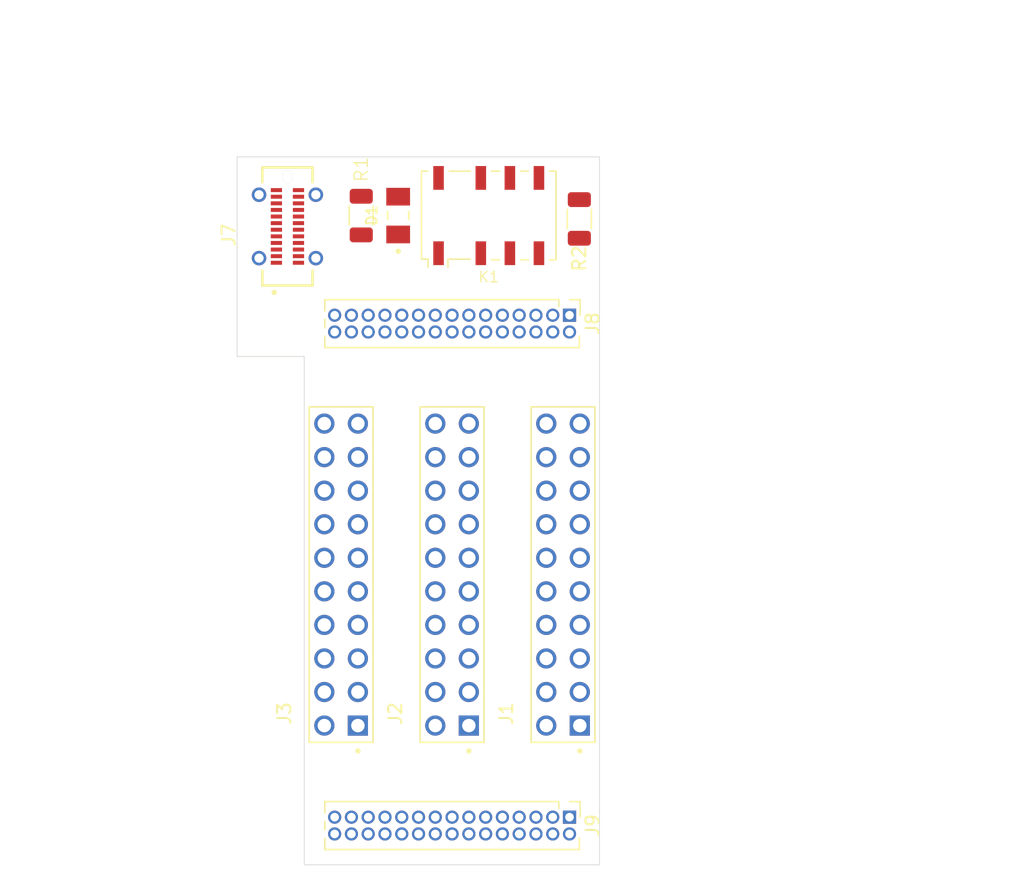
<source format=kicad_pcb>
(kicad_pcb (version 20241229) (generator "pcbnew") (generator_version "9.0")
  (layers (0 "F.Cu" mixed) (4 "In1.Cu" signal) (6 "In2.Cu" signal) (2 "B.Cu" mixed) (13 "F.Paste" user) (15 "B.Paste" user) (5 "F.SilkS" user "F.Silkscreen") (7 "B.SilkS" user "B.Silkscreen") (1 "F.Mask" user) (3 "B.Mask" user) (25 "Edge.Cuts" user))
  (net 0 "")
  (net 1 "+12V")
  (net 2 "SBU1")
  (net 3 "GND")
  (net 4 "2")
  (net 5 "4")
  (net 6 "CAN1_L")
  (net 7 "CAN2_L")
  (net 8 "8")
  (net 9 "10")
  (net 10 "12")
  (net 11 "13")
  (net 12 "15")
  (net 13 "CAN1_H")
  (net 14 "CAN2_H")
  (net 15 "18")
  (net 16 "20")
  (net 17 "CAN0_H")
  (net 18 "CAN0_L")
  (net 20 "Net-(K1-Pad4)")
  (net 21 "Net-(K1-Pad5)")
  (net 22 "6")
  (net 23 "7")
  (net 24 "19")
  (net 25 "11")
  (net 26 "14")
  (net 27 "17")
  (net 28 "1")
  (net 29 "9")
  (net 30 "16")
  (net 31 "30")
  (net 32 "40")
  (net 33 "25")
  (net 34 "23")
  (net 35 "38")
  (net 36 "26")
  (net 37 "35")
  (net 38 "34")
  (net 39 "39")
  (net 40 "36")
  (net 41 "31")
  (net 42 "22")
  (net 43 "28")
  (net 44 "37")
  (net 45 "33")
  (net 46 "29")
  (net 47 "21")
  (net 48 "27")
  (net 49 "49")
  (net 50 "53")
  (net 51 "59")
  (net 52 "48")
  (net 53 "47")
  (net 54 "56")
  (net 55 "52")
  (net 56 "57")
  (net 57 "41")
  (net 58 "58")
  (net 59 "45")
  (net 60 "54")
  (net 61 "60")
  (net 62 "55")
  (net 63 "51")
  (net 64 "50")
  (net 65 "43")
  (net 66 "42")
  (footprint "PSA:10129381-920003BLF" (layer "F.Cu") (at 97.282 122.174 90)
    (property "Reference" "J3" (at -10.525 -4.3 90) (layer "F.SilkS"))
    (property "Value" "to_ESP_3")
    (fp_line (start 12.7 -2.415) (end -12.7 -2.415) (stroke (width 0.127)) (layer "F.SilkS"))
    (fp_line (start 12.7 -2.415) (end 12.7 2.415) (stroke (width 0.127)) (layer "F.SilkS"))
    (fp_line (start 12.7 2.415) (end -12.7 2.415) (stroke (width 0.127)) (layer "F.SilkS"))
    (fp_line (start -12.7 2.415) (end -12.7 -2.415) (stroke (width 0.127)) (layer "F.SilkS"))
    (fp_circle (center -13.35 1.27) (end -13.25 1.27) (stroke (width 0.2)) (fill no) (layer "F.SilkS"))
    (pad "1" thru_hole rect (at -11.43 1.27 90) (size 1.53 1.53) (drill 1.02) (layers "*.Cu" "*.Mask") (net 57 "41"))
    (pad "2" thru_hole circle (at -8.89 1.27 90) (size 1.53 1.53) (drill 1.02) (layers "*.Cu" "*.Mask") (net 66 "42"))
    (pad "3" thru_hole circle (at -6.35 1.27 90) (size 1.53 1.53) (drill 1.02) (layers "*.Cu" "*.Mask") (net 65 "43"))
    (pad "4" thru_hole circle (at -3.81 1.27 90) (size 1.53 1.53) (drill 1.02) (layers "*.Cu" "*.Mask") (net 6 "CAN1_L"))
    (pad "5" thru_hole circle (at -1.27 1.27 90) (size 1.53 1.53) (drill 1.02) (layers "*.Cu" "*.Mask") (net 59 "45"))
    (pad "6" thru_hole circle (at 1.27 1.27 90) (size 1.53 1.53) (drill 1.02) (layers "*.Cu" "*.Mask") (net 13 "CAN1_H"))
    (pad "7" thru_hole circle (at 3.81 1.27 90) (size 1.53 1.53) (drill 1.02) (layers "*.Cu" "*.Mask") (net 53 "47"))
    (pad "8" thru_hole circle (at 6.35 1.27 90) (size 1.53 1.53) (drill 1.02) (layers "*.Cu" "*.Mask") (net 52 "48"))
    (pad "9" thru_hole circle (at 8.89 1.27 90) (size 1.53 1.53) (drill 1.02) (layers "*.Cu" "*.Mask") (net 49 "49"))
    (pad "10" thru_hole circle (at 11.43 1.27 90) (size 1.53 1.53) (drill 1.02) (layers "*.Cu" "*.Mask") (net 64 "50"))
    (pad "11" thru_hole circle (at -11.43 -1.27 90) (size 1.53 1.53) (drill 1.02) (layers "*.Cu" "*.Mask") (net 63 "51"))
    (pad "12" thru_hole circle (at -8.89 -1.27 90) (size 1.53 1.53) (drill 1.02) (layers "*.Cu" "*.Mask") (net 55 "52"))
    (pad "13" thru_hole circle (at -6.35 -1.27 90) (size 1.53 1.53) (drill 1.02) (layers "*.Cu" "*.Mask") (net 50 "53"))
    (pad "14" thru_hole circle (at -3.81 -1.27 90) (size 1.53 1.53) (drill 1.02) (layers "*.Cu" "*.Mask") (net 60 "54"))
    (pad "15" thru_hole circle (at -1.27 -1.27 90) (size 1.53 1.53) (drill 1.02) (layers "*.Cu" "*.Mask") (net 62 "55"))
    (pad "16" thru_hole circle (at 1.27 -1.27 90) (size 1.53 1.53) (drill 1.02) (layers "*.Cu" "*.Mask") (net 54 "56"))
    (pad "17" thru_hole circle (at 3.81 -1.27 90) (size 1.53 1.53) (drill 1.02) (layers "*.Cu" "*.Mask") (net 56 "57"))
    (pad "18" thru_hole circle (at 6.35 -1.27 90) (size 1.53 1.53) (drill 1.02) (layers "*.Cu" "*.Mask") (net 58 "58"))
    (pad "19" thru_hole circle (at 8.89 -1.27 90) (size 1.53 1.53) (drill 1.02) (layers "*.Cu" "*.Mask") (net 51 "59"))
    (pad "20" thru_hole circle (at 11.43 -1.27 90) (size 1.53 1.53) (drill 1.02) (layers "*.Cu" "*.Mask") (net 61 "60"))
  )
  (footprint "Connector_PinHeader_1.27mm:PinHeader_2x15_P1.27mm_Vertical" (layer "F.Cu") (at 114.572 140.539 -90)
    (property "Reference" "J9" (at 0.635 -1.745 90) (layer "F.SilkS"))
    (property "Value" "B2B_2")
    (fp_line (start -1.18 18.525) (end -0.317923 18.525) (stroke (width 0.12)) (layer "F.SilkS"))
    (fp_line (start 0.317923 18.525) (end 0.952077 18.525) (stroke (width 0.12)) (layer "F.SilkS"))
    (fp_line (start 1.587923 18.525) (end 2.45 18.525) (stroke (width 0.12)) (layer "F.SilkS"))
    (fp_line (start -1.18 0.81) (end -1.18 18.525) (stroke (width 0.12)) (layer "F.SilkS"))
    (fp_line (start -1.18 0.81) (end -0.666708 0.81) (stroke (width 0.12)) (layer "F.SilkS"))
    (fp_line (start -1.18 0) (end -1.18 -0.81) (stroke (width 0.12)) (layer "F.SilkS"))
    (fp_line (start 1.587923 -0.745) (end 2.45 -0.745) (stroke (width 0.12)) (layer "F.SilkS"))
    (fp_line (start 2.45 -0.745) (end 2.45 18.525) (stroke (width 0.12)) (layer "F.SilkS"))
    (fp_line (start -1.18 -0.81) (end 0 -0.81) (stroke (width 0.12)) (layer "F.SilkS"))
    (pad "1" thru_hole rect (at 0 0 270) (size 1 1) (drill 0.65) (layers "*.Cu" "*.Mask") (net 65 "43"))
    (pad "2" thru_hole circle (at 1.27 0 270) (size 1 1) (drill 0.65) (layers "*.Cu" "*.Mask") (net 59 "45"))
    (pad "3" thru_hole circle (at 0 1.27 270) (size 1 1) (drill 0.65) (layers "*.Cu" "*.Mask") (net 66 "42"))
    (pad "4" thru_hole circle (at 1.27 1.27 270) (size 1 1) (drill 0.65) (layers "*.Cu" "*.Mask") (net 53 "47"))
    (pad "5" thru_hole circle (at 0 2.54 270) (size 1 1) (drill 0.65) (layers "*.Cu" "*.Mask") (net 57 "41"))
    (pad "6" thru_hole circle (at 1.27 2.54 270) (size 1 1) (drill 0.65) (layers "*.Cu" "*.Mask") (net 52 "48"))
    (pad "7" thru_hole circle (at 0 3.81 270) (size 1 1) (drill 0.65) (layers "*.Cu" "*.Mask") (net 32 "40"))
    (pad "8" thru_hole circle (at 1.27 3.81 270) (size 1 1) (drill 0.65) (layers "*.Cu" "*.Mask") (net 49 "49"))
    (pad "9" thru_hole circle (at 0 5.08 270) (size 1 1) (drill 0.65) (layers "*.Cu" "*.Mask") (net 39 "39"))
    (pad "10" thru_hole circle (at 1.27 5.08 270) (size 1 1) (drill 0.65) (layers "*.Cu" "*.Mask") (net 64 "50"))
    (pad "11" thru_hole circle (at 0 6.35 270) (size 1 1) (drill 0.65) (layers "*.Cu" "*.Mask") (net 35 "38"))
    (pad "12" thru_hole circle (at 1.27 6.35 270) (size 1 1) (drill 0.65) (layers "*.Cu" "*.Mask") (net 63 "51"))
    (pad "13" thru_hole circle (at 0 7.62 270) (size 1 1) (drill 0.65) (layers "*.Cu" "*.Mask") (net 44 "37"))
    (pad "14" thru_hole circle (at 1.27 7.62 270) (size 1 1) (drill 0.65) (layers "*.Cu" "*.Mask") (net 55 "52"))
    (pad "15" thru_hole circle (at 0 8.89 270) (size 1 1) (drill 0.65) (layers "*.Cu" "*.Mask") (net 40 "36"))
    (pad "16" thru_hole circle (at 1.27 8.89 270) (size 1 1) (drill 0.65) (layers "*.Cu" "*.Mask") (net 50 "53"))
    (pad "17" thru_hole circle (at 0 10.16 270) (size 1 1) (drill 0.65) (layers "*.Cu" "*.Mask") (net 37 "35"))
    (pad "18" thru_hole circle (at 1.27 10.16 270) (size 1 1) (drill 0.65) (layers "*.Cu" "*.Mask") (net 60 "54"))
    (pad "19" thru_hole circle (at 0 11.43 270) (size 1 1) (drill 0.65) (layers "*.Cu" "*.Mask") (net 38 "34"))
    (pad "20" thru_hole circle (at 1.27 11.43 270) (size 1 1) (drill 0.65) (layers "*.Cu" "*.Mask") (net 62 "55"))
    (pad "21" thru_hole circle (at 0 12.7 270) (size 1 1) (drill 0.65) (layers "*.Cu" "*.Mask") (net 45 "33"))
    (pad "22" thru_hole circle (at 1.27 12.7 270) (size 1 1) (drill 0.65) (layers "*.Cu" "*.Mask") (net 54 "56"))
    (pad "23" thru_hole circle (at 0 13.97 270) (size 1 1) (drill 0.65) (layers "*.Cu" "*.Mask") (net 41 "31"))
    (pad "24" thru_hole circle (at 1.27 13.97 270) (size 1 1) (drill 0.65) (layers "*.Cu" "*.Mask") (net 56 "57"))
    (pad "25" thru_hole circle (at 0 15.24 270) (size 1 1) (drill 0.65) (layers "*.Cu" "*.Mask") (net 31 "30"))
    (pad "26" thru_hole circle (at 1.27 15.24 270) (size 1 1) (drill 0.65) (layers "*.Cu" "*.Mask") (net 58 "58"))
    (pad "27" thru_hole circle (at 0 16.51 270) (size 1 1) (drill 0.65) (layers "*.Cu" "*.Mask") (net 46 "29"))
    (pad "28" thru_hole circle (at 1.27 16.51 270) (size 1 1) (drill 0.65) (layers "*.Cu" "*.Mask") (net 51 "59"))
    (pad "29" thru_hole circle (at 0 17.78 270) (size 1 1) (drill 0.65) (layers "*.Cu" "*.Mask") (net 43 "28"))
    (pad "30" thru_hole circle (at 1.27 17.78 270) (size 1 1) (drill 0.65) (layers "*.Cu" "*.Mask") (net 61 "60"))
  )
  (footprint "Connector_PinHeader_1.27mm:PinHeader_2x15_P1.27mm_Vertical" (layer "F.Cu") (at 114.572 102.539 -90)
    (property "Reference" "J8" (at 0.635 -1.745 90) (layer "F.SilkS"))
    (property "Value" "B2B_1")
    (fp_line (start -1.18 18.525) (end -0.317923 18.525) (stroke (width 0.12)) (layer "F.SilkS"))
    (fp_line (start 0.317923 18.525) (end 0.952077 18.525) (stroke (width 0.12)) (layer "F.SilkS"))
    (fp_line (start 1.587923 18.525) (end 2.45 18.525) (stroke (width 0.12)) (layer "F.SilkS"))
    (fp_line (start -1.18 0.81) (end -1.18 18.525) (stroke (width 0.12)) (layer "F.SilkS"))
    (fp_line (start -1.18 0.81) (end -0.666708 0.81) (stroke (width 0.12)) (layer "F.SilkS"))
    (fp_line (start -1.18 0) (end -1.18 -0.81) (stroke (width 0.12)) (layer "F.SilkS"))
    (fp_line (start 1.587923 -0.745) (end 2.45 -0.745) (stroke (width 0.12)) (layer "F.SilkS"))
    (fp_line (start 2.45 -0.745) (end 2.45 18.525) (stroke (width 0.12)) (layer "F.SilkS"))
    (fp_line (start -1.18 -0.81) (end 0 -0.81) (stroke (width 0.12)) (layer "F.SilkS"))
    (pad "1" thru_hole rect (at 0 0 270) (size 1 1) (drill 0.65) (layers "*.Cu" "*.Mask") (net 25 "11"))
    (pad "2" thru_hole circle (at 1.27 0 270) (size 1 1) (drill 0.65) (layers "*.Cu" "*.Mask") (net 10 "12"))
    (pad "3" thru_hole circle (at 0 1.27 270) (size 1 1) (drill 0.65) (layers "*.Cu" "*.Mask") (net 9 "10"))
    (pad "4" thru_hole circle (at 1.27 1.27 270) (size 1 1) (drill 0.65) (layers "*.Cu" "*.Mask") (net 11 "13"))
    (pad "5" thru_hole circle (at 0 2.54 270) (size 1 1) (drill 0.65) (layers "*.Cu" "*.Mask") (net 29 "9"))
    (pad "6" thru_hole circle (at 1.27 2.54 270) (size 1 1) (drill 0.65) (layers "*.Cu" "*.Mask") (net 26 "14"))
    (pad "7" thru_hole circle (at 0 3.81 270) (size 1 1) (drill 0.65) (layers "*.Cu" "*.Mask") (net 8 "8"))
    (pad "8" thru_hole circle (at 1.27 3.81 270) (size 1 1) (drill 0.65) (layers "*.Cu" "*.Mask") (net 12 "15"))
    (pad "9" thru_hole circle (at 0 5.08 270) (size 1 1) (drill 0.65) (layers "*.Cu" "*.Mask") (net 23 "7"))
    (pad "10" thru_hole circle (at 1.27 5.08 270) (size 1 1) (drill 0.65) (layers "*.Cu" "*.Mask") (net 30 "16"))
    (pad "11" thru_hole circle (at 0 6.35 270) (size 1 1) (drill 0.65) (layers "*.Cu" "*.Mask") (net 22 "6"))
    (pad "12" thru_hole circle (at 1.27 6.35 270) (size 1 1) (drill 0.65) (layers "*.Cu" "*.Mask") (net 27 "17"))
    (pad "13" thru_hole circle (at 0 7.62 270) (size 1 1) (drill 0.65) (layers "*.Cu" "*.Mask") (net 5 "4"))
    (pad "14" thru_hole circle (at 1.27 7.62 270) (size 1 1) (drill 0.65) (layers "*.Cu" "*.Mask") (net 15 "18"))
    (pad "15" thru_hole circle (at 0 8.89 270) (size 1 1) (drill 0.65) (layers "*.Cu" "*.Mask") (net 4 "2"))
    (pad "16" thru_hole circle (at 1.27 8.89 270) (size 1 1) (drill 0.65) (layers "*.Cu" "*.Mask") (net 24 "19"))
    (pad "17" thru_hole circle (at 0 10.16 270) (size 1 1) (drill 0.65) (layers "*.Cu" "*.Mask") (net 28 "1"))
    (pad "18" thru_hole circle (at 1.27 10.16 270) (size 1 1) (drill 0.65) (layers "*.Cu" "*.Mask") (net 16 "20"))
    (pad "19" thru_hole circle (at 0 11.43 270) (size 1 1) (drill 0.65) (layers "*.Cu" "*.Mask") (net 14 "CAN2_H"))
    (pad "20" thru_hole circle (at 1.27 11.43 270) (size 1 1) (drill 0.65) (layers "*.Cu" "*.Mask") (net 47 "21"))
    (pad "21" thru_hole circle (at 0 12.7 270) (size 1 1) (drill 0.65) (layers "*.Cu" "*.Mask") (net 7 "CAN2_L"))
    (pad "22" thru_hole circle (at 1.27 12.7 270) (size 1 1) (drill 0.65) (layers "*.Cu" "*.Mask") (net 42 "22"))
    (pad "23" thru_hole circle (at 0 13.97 270) (size 1 1) (drill 0.65) (layers "*.Cu" "*.Mask") (net 13 "CAN1_H"))
    (pad "24" thru_hole circle (at 1.27 13.97 270) (size 1 1) (drill 0.65) (layers "*.Cu" "*.Mask") (net 34 "23"))
    (pad "25" thru_hole circle (at 0 15.24 270) (size 1 1) (drill 0.65) (layers "*.Cu" "*.Mask") (net 6 "CAN1_L"))
    (pad "26" thru_hole circle (at 1.27 15.24 270) (size 1 1) (drill 0.65) (layers "*.Cu" "*.Mask") (net 33 "25"))
    (pad "27" thru_hole circle (at 0 16.51 270) (size 1 1) (drill 0.65) (layers "*.Cu" "*.Mask") (net 3 "GND"))
    (pad "28" thru_hole circle (at 1.27 16.51 270) (size 1 1) (drill 0.65) (layers "*.Cu" "*.Mask") (net 36 "26"))
    (pad "29" thru_hole circle (at 0 17.78 270) (size 1 1) (drill 0.65) (layers "*.Cu" "*.Mask") (net 1 "+12V"))
    (pad "30" thru_hole circle (at 1.27 17.78 270) (size 1 1) (drill 0.65) (layers "*.Cu" "*.Mask") (net 48 "27"))
  )
  (footprint "Resistor_SMD:R_1206_3216Metric" (layer "F.Cu") (at 98.806 94.996 -90)
    (property "Reference" "R1" (at -3.5 0 90) (layer "F.SilkS") (effects (font (thickness 0.1))))
    (property "Value" "120R")
    (fp_line (start -0.727064 0.91) (end 0.727064 0.91) (stroke (width 0.12)) (layer "F.SilkS"))
    (fp_line (start -0.727064 -0.91) (end 0.727064 -0.91) (stroke (width 0.12)) (layer "F.SilkS"))
    (pad "1" smd roundrect (at -1.4625 0 270) (size 1.125 1.75) (layers "F.Cu" "F.Mask" "F.Paste") (roundrect_rratio 0.222222) (net 7 "CAN2_L"))
    (pad "2" smd roundrect (at 1.4625 0 270) (size 1.125 1.75) (layers "F.Cu" "F.Mask" "F.Paste") (roundrect_rratio 0.222222) (net 20 "Net-(K1-Pad4)"))
  )
  (footprint "PSA:10129381-920003BLF" (layer "F.Cu") (at 105.682 122.174 90)
    (property "Reference" "J2" (at -10.525 -4.3 90) (layer "F.SilkS"))
    (property "Value" "to_EPS_2")
    (fp_line (start 12.7 -2.415) (end -12.7 -2.415) (stroke (width 0.127)) (layer "F.SilkS"))
    (fp_line (start 12.7 -2.415) (end 12.7 2.415) (stroke (width 0.127)) (layer "F.SilkS"))
    (fp_line (start 12.7 2.415) (end -12.7 2.415) (stroke (width 0.127)) (layer "F.SilkS"))
    (fp_line (start -12.7 2.415) (end -12.7 -2.415) (stroke (width 0.127)) (layer "F.SilkS"))
    (fp_circle (center -13.35 1.27) (end -13.25 1.27) (stroke (width 0.2)) (fill no) (layer "F.SilkS"))
    (pad "1" thru_hole rect (at -11.43 1.27 90) (size 1.53 1.53) (drill 1.02) (layers "*.Cu" "*.Mask") (net 47 "21"))
    (pad "2" thru_hole circle (at -8.89 1.27 90) (size 1.53 1.53) (drill 1.02) (layers "*.Cu" "*.Mask") (net 42 "22"))
    (pad "3" thru_hole circle (at -6.35 1.27 90) (size 1.53 1.53) (drill 1.02) (layers "*.Cu" "*.Mask") (net 34 "23"))
    (pad "4" thru_hole circle (at -3.81 1.27 90) (size 1.53 1.53) (drill 1.02) (layers "*.Cu" "*.Mask") (net 3 "GND"))
    (pad "5" thru_hole circle (at -1.27 1.27 90) (size 1.53 1.53) (drill 1.02) (layers "*.Cu" "*.Mask") (net 33 "25"))
    (pad "6" thru_hole circle (at 1.27 1.27 90) (size 1.53 1.53) (drill 1.02) (layers "*.Cu" "*.Mask") (net 36 "26"))
    (pad "7" thru_hole circle (at 3.81 1.27 90) (size 1.53 1.53) (drill 1.02) (layers "*.Cu" "*.Mask") (net 48 "27"))
    (pad "8" thru_hole circle (at 6.35 1.27 90) (size 1.53 1.53) (drill 1.02) (layers "*.Cu" "*.Mask") (net 43 "28"))
    (pad "9" thru_hole circle (at 8.89 1.27 90) (size 1.53 1.53) (drill 1.02) (layers "*.Cu" "*.Mask") (net 46 "29"))
    (pad "10" thru_hole circle (at 11.43 1.27 90) (size 1.53 1.53) (drill 1.02) (layers "*.Cu" "*.Mask") (net 31 "30"))
    (pad "11" thru_hole circle (at -11.43 -1.27 90) (size 1.53 1.53) (drill 1.02) (layers "*.Cu" "*.Mask") (net 41 "31"))
    (pad "12" thru_hole circle (at -8.89 -1.27 90) (size 1.53 1.53) (drill 1.02) (layers "*.Cu" "*.Mask") (net 1 "+12V"))
    (pad "13" thru_hole circle (at -6.35 -1.27 90) (size 1.53 1.53) (drill 1.02) (layers "*.Cu" "*.Mask") (net 45 "33"))
    (pad "14" thru_hole circle (at -3.81 -1.27 90) (size 1.53 1.53) (drill 1.02) (layers "*.Cu" "*.Mask") (net 38 "34"))
    (pad "15" thru_hole circle (at -1.27 -1.27 90) (size 1.53 1.53) (drill 1.02) (layers "*.Cu" "*.Mask") (net 37 "35"))
    (pad "16" thru_hole circle (at 1.27 -1.27 90) (size 1.53 1.53) (drill 1.02) (layers "*.Cu" "*.Mask") (net 40 "36"))
    (pad "17" thru_hole circle (at 3.81 -1.27 90) (size 1.53 1.53) (drill 1.02) (layers "*.Cu" "*.Mask") (net 44 "37"))
    (pad "18" thru_hole circle (at 6.35 -1.27 90) (size 1.53 1.53) (drill 1.02) (layers "*.Cu" "*.Mask") (net 35 "38"))
    (pad "19" thru_hole circle (at 8.89 -1.27 90) (size 1.53 1.53) (drill 1.02) (layers "*.Cu" "*.Mask") (net 39 "39"))
    (pad "20" thru_hole circle (at 11.43 -1.27 90) (size 1.53 1.53) (drill 1.02) (layers "*.Cu" "*.Mask") (net 32 "40"))
  )
  (footprint "Resistor_SMD:R_1206_3216Metric" (layer "F.Cu") (at 115.316 95.25 -90)
    (property "Reference" "R2" (at 3 0 90) (layer "F.SilkS"))
    (property "Value" "120R")
    (fp_line (start -0.727064 0.91) (end 0.727064 0.91) (stroke (width 0.12)) (layer "F.SilkS"))
    (fp_line (start -0.727064 -0.91) (end 0.727064 -0.91) (stroke (width 0.12)) (layer "F.SilkS"))
    (pad "1" smd roundrect (at -1.4625 0 270) (size 1.125 1.75) (layers "F.Cu" "F.Mask" "F.Paste") (roundrect_rratio 0.222222) (net 21 "Net-(K1-Pad5)"))
    (pad "2" smd roundrect (at 1.4625 0 270) (size 1.125 1.75) (layers "F.Cu" "F.Mask" "F.Paste") (roundrect_rratio 0.222222) (net 17 "CAN0_H"))
  )
  (footprint "PSA:GCT_USB4115-03-C_REVB4" (layer "F.Cu") (at 93.218 95.818 90)
    (property "Reference" "J7" (at -0.635 -4.445 90) (layer "F.SilkS"))
    (property "Value" "USB_C_Receptacle")
    (fp_line (start 3.35 -1.9) (end 4.47 -1.9) (stroke (width 0.2)) (layer "F.SilkS"))
    (fp_line (start -4.47 -1.9) (end -3.35 -1.9) (stroke (width 0.2)) (layer "F.SilkS"))
    (fp_line (start 4.47 1.9) (end 4.47 -1.9) (stroke (width 0.2)) (layer "F.SilkS"))
    (fp_line (start 3.35 1.9) (end 4.47 1.9) (stroke (width 0.2)) (layer "F.SilkS"))
    (fp_line (start -4.47 1.9) (end -4.47 -1.9) (stroke (width 0.2)) (layer "F.SilkS"))
    (fp_line (start -4.47 1.9) (end -3.35 1.9) (stroke (width 0.2)) (layer "F.SilkS"))
    (fp_circle (center -5 -1) (end -4.9 -1) (stroke (width 0.2)) (fill no) (layer "F.SilkS"))
    (fp_line (start 3.9 -0.35) (end 3.75 -0.35) (stroke (width 0.01)) (layer "Edge.Cuts"))
    (fp_line (start 3.75 -0.35) (end 3.6 -0.35) (stroke (width 0.01)) (layer "Edge.Cuts"))
    (fp_line (start 3.75 0.35) (end 3.9 0.35) (stroke (width 0.01)) (layer "Edge.Cuts"))
    (fp_line (start 3.6 0.35) (end 3.75 0.35) (stroke (width 0.01)) (layer "Edge.Cuts"))
    (fp_arc (start 3.9 -0.35) (mid 4.147487 -0.247487) (end 4.25 0) (stroke (width 0.01)) (layer "Edge.Cuts"))
    (fp_arc (start 4.25 0) (mid 4.147487 0.247487) (end 3.9 0.35) (stroke (width 0.01)) (layer "Edge.Cuts"))
    (fp_arc (start 3.25 0) (mid 3.352513 -0.247487) (end 3.6 -0.35) (stroke (width 0.01)) (layer "Edge.Cuts"))
    (fp_arc (start 3.6 0.35) (mid 3.352513 0.247487) (end 3.25 0) (stroke (width 0.01)) (layer "Edge.Cuts"))
    (pad "" np_thru_hole circle (at -3.75 0 90) (size 0.7 0.7) (drill 0.7) (layers "*.Cu" "*.Mask"))
    (pad "" np_thru_hole circle (at 3.75 0 90) (size 0.7 0.7) (drill 0.7) (layers "*.Cu" "*.Mask"))
    (pad "A1" smd rect (at -2.75 -0.835 90) (size 0.3 0.85) (layers "F.Cu" "F.Mask" "F.Paste") (net 3 "GND"))
    (pad "A2" smd rect (at -2.25 -0.835 90) (size 0.3 0.85) (layers "F.Cu" "F.Mask" "F.Paste") (net 17 "CAN0_H"))
    (pad "A3" smd rect (at -1.75 -0.835 90) (size 0.3 0.85) (layers "F.Cu" "F.Mask" "F.Paste") (net 18 "CAN0_L"))
    (pad "A4" smd rect (at -1.25 -0.835 90) (size 0.3 0.85) (layers "F.Cu" "F.Mask" "F.Paste") (net 1 "+12V"))
    (pad "A5" smd rect (at -0.75 -0.835 90) (size 0.3 0.85) (layers "F.Cu" "F.Mask" "F.Paste"))
    (pad "A6" smd rect (at -0.25 -0.835 90) (size 0.3 0.85) (layers "F.Cu" "F.Mask" "F.Paste"))
    (pad "A7" smd rect (at 0.25 -0.835 90) (size 0.3 0.85) (layers "F.Cu" "F.Mask" "F.Paste"))
    (pad "A8" smd rect (at 0.75 -0.835 90) (size 0.3 0.85) (layers "F.Cu" "F.Mask" "F.Paste") (net 2 "SBU1"))
    (pad "A9" smd rect (at 1.25 -0.835 90) (size 0.3 0.85) (layers "F.Cu" "F.Mask" "F.Paste") (net 1 "+12V"))
    (pad "A10" smd rect (at 1.75 -0.835 90) (size 0.3 0.85) (layers "F.Cu" "F.Mask" "F.Paste") (net 6 "CAN1_L"))
    (pad "A11" smd rect (at 2.25 -0.835 90) (size 0.3 0.85) (layers "F.Cu" "F.Mask" "F.Paste") (net 13 "CAN1_H"))
    (pad "A12" smd rect (at 2.75 -0.835 90) (size 0.3 0.85) (layers "F.Cu" "F.Mask" "F.Paste") (net 3 "GND"))
    (pad "B1" smd rect (at 2.75 0.835 90) (size 0.3 0.85) (layers "F.Cu" "F.Mask" "F.Paste") (net 3 "GND"))
    (pad "B2" smd rect (at 2.25 0.835 90) (size 0.3 0.85) (layers "F.Cu" "F.Mask" "F.Paste") (net 14 "CAN2_H"))
    (pad "B3" smd rect (at 1.75 0.835 90) (size 0.3 0.85) (layers "F.Cu" "F.Mask" "F.Paste") (net 7 "CAN2_L"))
    (pad "B4" smd rect (at 1.25 0.835 90) (size 0.3 0.85) (layers "F.Cu" "F.Mask" "F.Paste") (net 1 "+12V"))
    (pad "B5" smd rect (at 0.75 0.835 90) (size 0.3 0.85) (layers "F.Cu" "F.Mask" "F.Paste"))
    (pad "B6" smd rect (at 0.25 0.835 90) (size 0.3 0.85) (layers "F.Cu" "F.Mask" "F.Paste"))
    (pad "B7" smd rect (at -0.25 0.835 90) (size 0.3 0.85) (layers "F.Cu" "F.Mask" "F.Paste"))
    (pad "B8" smd rect (at -0.75 0.835 90) (size 0.3 0.85) (layers "F.Cu" "F.Mask" "F.Paste"))
    (pad "B9" smd rect (at -1.25 0.835 90) (size 0.3 0.85) (layers "F.Cu" "F.Mask" "F.Paste") (net 1 "+12V"))
    (pad "B10" smd rect (at -1.75 0.835 90) (size 0.3 0.85) (layers "F.Cu" "F.Mask" "F.Paste"))
    (pad "B11" smd rect (at -2.25 0.835 90) (size 0.3 0.85) (layers "F.Cu" "F.Mask" "F.Paste"))
    (pad "B12" smd rect (at -2.75 0.835 90) (size 0.3 0.85) (layers "F.Cu" "F.Mask" "F.Paste") (net 3 "GND"))
    (pad "S1" thru_hole circle (at -2.4 -2.15 90) (size 1.1 1.1) (drill 0.7) (layers "*.Cu" "*.Mask") (net 3 "GND"))
    (pad "S2" thru_hole circle (at -2.4 2.15 90) (size 1.1 1.1) (drill 0.7) (layers "*.Cu" "*.Mask"))
    (pad "S3" thru_hole circle (at 2.4 2.15 90) (size 1.1 1.1) (drill 0.7) (layers "*.Cu" "*.Mask"))
    (pad "S4" thru_hole circle (at 2.4 -2.15 90) (size 1.1 1.1) (drill 0.7) (layers "*.Cu" "*.Mask"))
  )
  (footprint "Relay_SMD:Relay_DPDT_Omron_G6K-2G-Y" (layer "F.Cu") (at 108.458 94.996 90)
    (property "Reference" "K1" (at -4.65 0 0) (layer "F.SilkS") (effects (font (size 0.8 0.8) (thickness 0.1))))
    (property "Value" "G6K-2G-Y DC5")
    (fp_line (start 3.36 -5.1) (end 3.36 -4.6) (stroke (width 0.12)) (layer "F.SilkS"))
    (fp_line (start -3.3 -5.09) (end 3.36 -5.1) (stroke (width 0.12)) (layer "F.SilkS"))
    (fp_line (start -3.3 -5.09) (end -3.3 -4.59) (stroke (width 0.12)) (layer "F.SilkS"))
    (fp_line (start -3.3 -4.59) (end -3.9 -4.59) (stroke (width 0.12)) (layer "F.SilkS"))
    (fp_line (start -3.3 -3.09) (end -3.9 -3.09) (stroke (width 0.12)) (layer "F.SilkS"))
    (fp_line (start 3.36 -3) (end 3.36 -1.4) (stroke (width 0.12)) (layer "F.SilkS"))
    (fp_line (start -3.3 -1.4) (end -3.3 -3.09) (stroke (width 0.12)) (layer "F.SilkS"))
    (fp_line (start 3.36 0.2) (end 3.36 0.8) (stroke (width 0.12)) (layer "F.SilkS"))
    (fp_line (start -3.34 0.8) (end -3.34 0.2) (stroke (width 0.12)) (layer "F.SilkS"))
    (fp_line (start 3.36 2.4) (end 3.36 3) (stroke (width 0.12)) (layer "F.SilkS"))
    (fp_line (start -3.34 3) (end -3.34 2.4) (stroke (width 0.12)) (layer "F.SilkS"))
    (fp_line (start 3.36 4.6) (end 3.36 5.1) (stroke (width 0.12)) (layer "F.SilkS"))
    (fp_line (start 3.36 5.1) (end -3.34 5.1) (stroke (width 0.12)) (layer "F.SilkS"))
    (fp_line (start -3.34 5.1) (end -3.34 4.6) (stroke (width 0.12)) (layer "F.SilkS"))
    (pad "1" smd rect (at -2.85 -3.8 90) (size 1.8 0.8) (layers "F.Cu" "F.Mask" "F.Paste") (net 2 "SBU1"))
    (pad "2" smd rect (at -2.85 -0.6 90) (size 1.8 0.8) (layers "F.Cu" "F.Mask" "F.Paste") (net 17 "CAN0_H"))
    (pad "3" smd rect (at -2.85 1.6 90) (size 1.8 0.8) (layers "F.Cu" "F.Mask" "F.Paste") (net 14 "CAN2_H"))
    (pad "4" smd rect (at -2.85 3.8 90) (size 1.8 0.8) (layers "F.Cu" "F.Mask" "F.Paste") (net 20 "Net-(K1-Pad4)"))
    (pad "5" smd rect (at 2.85 3.8 90) (size 1.8 0.8) (layers "F.Cu" "F.Mask" "F.Paste") (net 21 "Net-(K1-Pad5)"))
    (pad "6" smd rect (at 2.85 1.6 90) (size 1.8 0.8) (layers "F.Cu" "F.Mask" "F.Paste") (net 18 "CAN0_L"))
    (pad "7" smd rect (at 2.85 -0.6 90) (size 1.8 0.8) (layers "F.Cu" "F.Mask" "F.Paste") (net 7 "CAN2_L"))
    (pad "8" smd rect (at 2.85 -3.8 90) (size 1.8 0.8) (layers "F.Cu" "F.Mask" "F.Paste") (net 3 "GND"))
  )
  (footprint "PSA:DIO_BAV21W_RHG" (layer "F.Cu") (at 101.6 94.996 90)
    (property "Reference" "D1" (at 0 -2 90) (layer "F.SilkS") (effects (font (size 0.8 0.787402))))
    (property "Value" "BAV21W_RHG" (hide yes))
    (fp_line (start 0.3 -0.8) (end -0.3 -0.8) (stroke (width 0.127)) (layer "F.SilkS"))
    (fp_line (start 0.3 0.8) (end -0.3 0.8) (stroke (width 0.127)) (layer "F.SilkS"))
    (fp_circle (center -2.7 0) (end -2.6 0) (stroke (width 0.2)) (fill no) (layer "F.SilkS"))
    (pad "A" smd rect (at 1.43 0 90) (size 1.34 1.8) (layers "F.Cu" "F.Mask" "F.Paste") (net 3 "GND"))
    (pad "C" smd rect (at -1.43 0 90) (size 1.34 1.8) (layers "F.Cu" "F.Mask" "F.Paste") (net 2 "SBU1"))
  )
  (footprint "PSA:10129381-920003BLF" (layer "F.Cu") (at 114.082 122.174 90)
    (property "Reference" "J1" (at -10.525 -4.3 90) (layer "F.SilkS"))
    (property "Value" "to_EPS_1")
    (fp_line (start 12.7 -2.415) (end -12.7 -2.415) (stroke (width 0.127)) (layer "F.SilkS"))
    (fp_line (start 12.7 -2.415) (end 12.7 2.415) (stroke (width 0.127)) (layer "F.SilkS"))
    (fp_line (start 12.7 2.415) (end -12.7 2.415) (stroke (width 0.127)) (layer "F.SilkS"))
    (fp_line (start -12.7 2.415) (end -12.7 -2.415) (stroke (width 0.127)) (layer "F.SilkS"))
    (fp_circle (center -13.35 1.27) (end -13.25 1.27) (stroke (width 0.2)) (fill no) (layer "F.SilkS"))
    (pad "1" thru_hole rect (at -11.43 1.27 90) (size 1.53 1.53) (drill 1.02) (layers "*.Cu" "*.Mask") (net 28 "1"))
    (pad "2" thru_hole circle (at -8.89 1.27 90) (size 1.53 1.53) (drill 1.02) (layers "*.Cu" "*.Mask") (net 4 "2"))
    (pad "3" thru_hole circle (at -6.35 1.27 90) (size 1.53 1.53) (drill 1.02) (layers "*.Cu" "*.Mask") (net 18 "CAN0_L"))
    (pad "4" thru_hole circle (at -3.81 1.27 90) (size 1.53 1.53) (drill 1.02) (layers "*.Cu" "*.Mask") (net 5 "4"))
    (pad "5" thru_hole circle (at -1.27 1.27 90) (size 1.53 1.53) (drill 1.02) (layers "*.Cu" "*.Mask") (net 17 "CAN0_H"))
    (pad "6" thru_hole circle (at 1.27 1.27 90) (size 1.53 1.53) (drill 1.02) (layers "*.Cu" "*.Mask") (net 22 "6"))
    (pad "7" thru_hole circle (at 3.81 1.27 90) (size 1.53 1.53) (drill 1.02) (layers "*.Cu" "*.Mask") (net 23 "7"))
    (pad "8" thru_hole circle (at 6.35 1.27 90) (size 1.53 1.53) (drill 1.02) (layers "*.Cu" "*.Mask") (net 8 "8"))
    (pad "9" thru_hole circle (at 8.89 1.27 90) (size 1.53 1.53) (drill 1.02) (layers "*.Cu" "*.Mask") (net 29 "9"))
    (pad "10" thru_hole circle (at 11.43 1.27 90) (size 1.53 1.53) (drill 1.02) (layers "*.Cu" "*.Mask") (net 9 "10"))
    (pad "11" thru_hole circle (at -11.43 -1.27 90) (size 1.53 1.53) (drill 1.02) (layers "*.Cu" "*.Mask") (net 25 "11"))
    (pad "12" thru_hole circle (at -8.89 -1.27 90) (size 1.53 1.53) (drill 1.02) (layers "*.Cu" "*.Mask") (net 10 "12"))
    (pad "13" thru_hole circle (at -6.35 -1.27 90) (size 1.53 1.53) (drill 1.02) (layers "*.Cu" "*.Mask") (net 11 "13"))
    (pad "14" thru_hole circle (at -3.81 -1.27 90) (size 1.53 1.53) (drill 1.02) (layers "*.Cu" "*.Mask") (net 26 "14"))
    (pad "15" thru_hole circle (at -1.27 -1.27 90) (size 1.53 1.53) (drill 1.02) (layers "*.Cu" "*.Mask") (net 12 "15"))
    (pad "16" thru_hole circle (at 1.27 -1.27 90) (size 1.53 1.53) (drill 1.02) (layers "*.Cu" "*.Mask") (net 30 "16"))
    (pad "17" thru_hole circle (at 3.81 -1.27 90) (size 1.53 1.53) (drill 1.02) (layers "*.Cu" "*.Mask") (net 27 "17"))
    (pad "18" thru_hole circle (at 6.35 -1.27 90) (size 1.53 1.53) (drill 1.02) (layers "*.Cu" "*.Mask") (net 15 "18"))
    (pad "19" thru_hole circle (at 8.89 -1.27 90) (size 1.53 1.53) (drill 1.02) (layers "*.Cu" "*.Mask") (net 24 "19"))
    (pad "20" thru_hole circle (at 11.43 -1.27 90) (size 1.53 1.53) (drill 1.02) (layers "*.Cu" "*.Mask") (net 16 "20"))
  )
  (gr_line (start 116.84 90.551) (end 116.84 144.145) (stroke (width 0.05)) (layer "Edge.Cuts"))
  (gr_line (start 116.84 144.145) (end 94.488 144.145) (stroke (width 0.05)) (layer "Edge.Cuts"))
  (gr_line (start 89.408 90.551) (end 116.84 90.551) (stroke (width 0.05)) (layer "Edge.Cuts"))
  (gr_line (start 94.488 105.664) (end 89.408 105.664) (stroke (width 0.05)) (layer "Edge.Cuts"))
  (gr_line (start 94.488 144.145) (end 94.488 105.664) (stroke (width 0.05)) (layer "Edge.Cuts"))
  (gr_line (start 89.408 105.664) (end 89.408 90.551) (stroke (width 0.05)) (layer "Edge.Cuts"))
)
</source>
